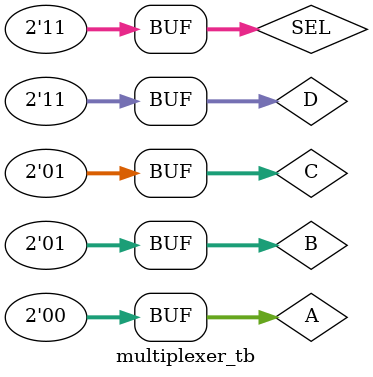
<source format=v>
`timescale 1ns / 1ps

module multiplexer_tb;
    // Inputs to the multiplexer
    reg [1:0] A, B, C, D;
    reg [1:0] SEL;
    // Output from the multiplexer
    wire [1:0] X;

    // Instantiate the multiplexer
    multiplexer uut (
        .A(A),
        .B(B),
        .C(C),
        .D(D),
        .SEL(SEL),
        .X(X)
    );

    // Testbench stimulus
    initial begin
        // Initialize inputs
        A = 2'b00; B = 2'b01; C = 2'b01; D = 2'b11;

        // Step through selector values
        SEL = 2'b00; // Select input A
        #10; // Wait for the output to settle
        SEL = 2'b01; // Select input B
        #10;
        SEL = 2'b10; // Select input C
        #10;
        SEL = 2'b11; 
        #10;
        
        
        #20;
    end
endmodule

</source>
